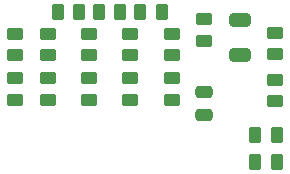
<source format=gtp>
%TF.GenerationSoftware,KiCad,Pcbnew,(6.0.5)*%
%TF.CreationDate,2024-01-21T09:56:38+01:00*%
%TF.ProjectId,pmod_audio_mono,706d6f64-5f61-4756-9469-6f5f6d6f6e6f,rev?*%
%TF.SameCoordinates,Original*%
%TF.FileFunction,Paste,Top*%
%TF.FilePolarity,Positive*%
%FSLAX46Y46*%
G04 Gerber Fmt 4.6, Leading zero omitted, Abs format (unit mm)*
G04 Created by KiCad (PCBNEW (6.0.5)) date 2024-01-21 09:56:38*
%MOMM*%
%LPD*%
G01*
G04 APERTURE LIST*
G04 Aperture macros list*
%AMRoundRect*
0 Rectangle with rounded corners*
0 $1 Rounding radius*
0 $2 $3 $4 $5 $6 $7 $8 $9 X,Y pos of 4 corners*
0 Add a 4 corners polygon primitive as box body*
4,1,4,$2,$3,$4,$5,$6,$7,$8,$9,$2,$3,0*
0 Add four circle primitives for the rounded corners*
1,1,$1+$1,$2,$3*
1,1,$1+$1,$4,$5*
1,1,$1+$1,$6,$7*
1,1,$1+$1,$8,$9*
0 Add four rect primitives between the rounded corners*
20,1,$1+$1,$2,$3,$4,$5,0*
20,1,$1+$1,$4,$5,$6,$7,0*
20,1,$1+$1,$6,$7,$8,$9,0*
20,1,$1+$1,$8,$9,$2,$3,0*%
G04 Aperture macros list end*
%ADD10RoundRect,0.250000X-0.450000X0.262500X-0.450000X-0.262500X0.450000X-0.262500X0.450000X0.262500X0*%
%ADD11RoundRect,0.250000X-0.262500X-0.450000X0.262500X-0.450000X0.262500X0.450000X-0.262500X0.450000X0*%
%ADD12RoundRect,0.250000X-0.475000X0.250000X-0.475000X-0.250000X0.475000X-0.250000X0.475000X0.250000X0*%
%ADD13RoundRect,0.250000X0.450000X-0.262500X0.450000X0.262500X-0.450000X0.262500X-0.450000X-0.262500X0*%
%ADD14RoundRect,0.250000X-0.650000X0.325000X-0.650000X-0.325000X0.650000X-0.325000X0.650000X0.325000X0*%
G04 APERTURE END LIST*
D10*
%TO.C,R12*%
X153750000Y-94175000D03*
X153750000Y-96000000D03*
%TD*%
D11*
%TO.C,R5*%
X144087500Y-92337500D03*
X145912500Y-92337500D03*
%TD*%
D10*
%TO.C,R10*%
X150250000Y-97925000D03*
X150250000Y-99750000D03*
%TD*%
%TO.C,R9*%
X150250000Y-94175000D03*
X150250000Y-96000000D03*
%TD*%
%TO.C,R3*%
X143250000Y-94175000D03*
X143250000Y-96000000D03*
%TD*%
%TO.C,R14*%
X156500000Y-92925000D03*
X156500000Y-94750000D03*
%TD*%
%TO.C,R7*%
X146750000Y-97925000D03*
X146750000Y-99750000D03*
%TD*%
%TO.C,R2*%
X140500000Y-97925000D03*
X140500000Y-99750000D03*
%TD*%
%TO.C,R16*%
X162500000Y-98087500D03*
X162500000Y-99912500D03*
%TD*%
%TO.C,R1*%
X140500000Y-94175000D03*
X140500000Y-96000000D03*
%TD*%
D11*
%TO.C,R17*%
X160837500Y-102750000D03*
X162662500Y-102750000D03*
%TD*%
D10*
%TO.C,R4*%
X143250000Y-97925000D03*
X143250000Y-99750000D03*
%TD*%
D11*
%TO.C,R8*%
X147587500Y-92337500D03*
X149412500Y-92337500D03*
%TD*%
D12*
%TO.C,C1*%
X156500000Y-99137500D03*
X156500000Y-101037500D03*
%TD*%
D10*
%TO.C,R13*%
X153750000Y-97925000D03*
X153750000Y-99750000D03*
%TD*%
D11*
%TO.C,R18*%
X160837500Y-105000000D03*
X162662500Y-105000000D03*
%TD*%
D13*
%TO.C,R15*%
X162500000Y-95912500D03*
X162500000Y-94087500D03*
%TD*%
D14*
%TO.C,C2*%
X159500000Y-93025000D03*
X159500000Y-95975000D03*
%TD*%
D10*
%TO.C,R6*%
X146750000Y-94175000D03*
X146750000Y-96000000D03*
%TD*%
D11*
%TO.C,R11*%
X151087500Y-92337500D03*
X152912500Y-92337500D03*
%TD*%
M02*

</source>
